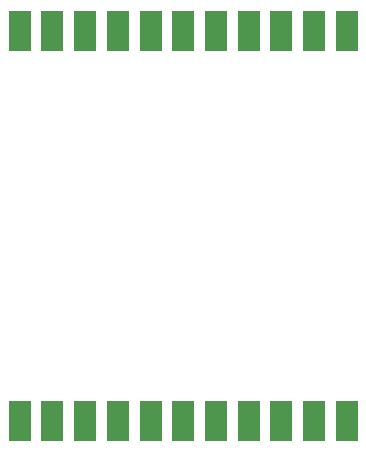
<source format=gbr>
%TF.GenerationSoftware,KiCad,Pcbnew,(5.1.12)-1*%
%TF.CreationDate,2023-06-15T15:32:22+02:00*%
%TF.ProjectId,cs1,6373312e-6b69-4636-9164-5f7063625858,rev?*%
%TF.SameCoordinates,Original*%
%TF.FileFunction,Paste,Bot*%
%TF.FilePolarity,Positive*%
%FSLAX46Y46*%
G04 Gerber Fmt 4.6, Leading zero omitted, Abs format (unit mm)*
G04 Created by KiCad (PCBNEW (5.1.12)-1) date 2023-06-15 15:32:22*
%MOMM*%
%LPD*%
G01*
G04 APERTURE LIST*
%ADD10R,1.846667X3.480000*%
G04 APERTURE END LIST*
D10*
%TO.C,J1*%
X193650000Y-62500000D03*
X196420000Y-62500000D03*
X199190000Y-62500000D03*
X201960000Y-62500000D03*
X204730000Y-62500000D03*
X207500000Y-62500000D03*
X210270000Y-62500000D03*
X213040000Y-62500000D03*
X215810000Y-62500000D03*
X218580000Y-62500000D03*
X221350000Y-62500000D03*
%TD*%
%TO.C,J2*%
X221350000Y-95500000D03*
X218580000Y-95500000D03*
X215810000Y-95500000D03*
X213040000Y-95500000D03*
X210270000Y-95500000D03*
X207500000Y-95500000D03*
X204730000Y-95500000D03*
X201960000Y-95500000D03*
X199190000Y-95500000D03*
X196420000Y-95500000D03*
X193650000Y-95500000D03*
%TD*%
M02*

</source>
